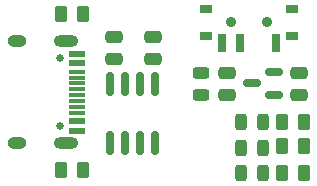
<source format=gbr>
%TF.GenerationSoftware,KiCad,Pcbnew,(6.0.2)*%
%TF.CreationDate,2022-03-30T20:09:58+08:00*%
%TF.ProjectId,CH340-USB-C,43483334-302d-4555-9342-2d432e6b6963,rev?*%
%TF.SameCoordinates,Original*%
%TF.FileFunction,Soldermask,Top*%
%TF.FilePolarity,Negative*%
%FSLAX46Y46*%
G04 Gerber Fmt 4.6, Leading zero omitted, Abs format (unit mm)*
G04 Created by KiCad (PCBNEW (6.0.2)) date 2022-03-30 20:09:58*
%MOMM*%
%LPD*%
G01*
G04 APERTURE LIST*
G04 Aperture macros list*
%AMRoundRect*
0 Rectangle with rounded corners*
0 $1 Rounding radius*
0 $2 $3 $4 $5 $6 $7 $8 $9 X,Y pos of 4 corners*
0 Add a 4 corners polygon primitive as box body*
4,1,4,$2,$3,$4,$5,$6,$7,$8,$9,$2,$3,0*
0 Add four circle primitives for the rounded corners*
1,1,$1+$1,$2,$3*
1,1,$1+$1,$4,$5*
1,1,$1+$1,$6,$7*
1,1,$1+$1,$8,$9*
0 Add four rect primitives between the rounded corners*
20,1,$1+$1,$2,$3,$4,$5,0*
20,1,$1+$1,$4,$5,$6,$7,0*
20,1,$1+$1,$6,$7,$8,$9,0*
20,1,$1+$1,$8,$9,$2,$3,0*%
G04 Aperture macros list end*
%ADD10RoundRect,0.250000X-0.262500X-0.450000X0.262500X-0.450000X0.262500X0.450000X-0.262500X0.450000X0*%
%ADD11RoundRect,0.243750X-0.243750X-0.456250X0.243750X-0.456250X0.243750X0.456250X-0.243750X0.456250X0*%
%ADD12RoundRect,0.243750X0.456250X-0.243750X0.456250X0.243750X-0.456250X0.243750X-0.456250X-0.243750X0*%
%ADD13RoundRect,0.250000X0.475000X-0.250000X0.475000X0.250000X-0.475000X0.250000X-0.475000X-0.250000X0*%
%ADD14RoundRect,0.250000X0.262500X0.450000X-0.262500X0.450000X-0.262500X-0.450000X0.262500X-0.450000X0*%
%ADD15R,1.000000X0.800000*%
%ADD16C,0.900000*%
%ADD17R,0.700000X1.500000*%
%ADD18RoundRect,0.150000X0.587500X0.150000X-0.587500X0.150000X-0.587500X-0.150000X0.587500X-0.150000X0*%
%ADD19C,0.650000*%
%ADD20R,1.450000X0.600000*%
%ADD21R,1.450000X0.300000*%
%ADD22O,2.100000X1.000000*%
%ADD23O,1.600000X1.000000*%
%ADD24RoundRect,0.250000X-0.475000X0.250000X-0.475000X-0.250000X0.475000X-0.250000X0.475000X0.250000X0*%
%ADD25RoundRect,0.150000X0.150000X-0.825000X0.150000X0.825000X-0.150000X0.825000X-0.150000X-0.825000X0*%
G04 APERTURE END LIST*
D10*
%TO.C,R3*%
X120650000Y-132080000D03*
X122475000Y-132080000D03*
%TD*%
D11*
%TO.C,D3*%
X117141000Y-132080000D03*
X119016000Y-132080000D03*
%TD*%
D12*
%TO.C,F1*%
X113792000Y-129774000D03*
X113792000Y-127899000D03*
%TD*%
D13*
%TO.C,C3*%
X109728000Y-126746000D03*
X109728000Y-124846000D03*
%TD*%
D10*
%TO.C,R1*%
X120650000Y-136398000D03*
X122475000Y-136398000D03*
%TD*%
D14*
%TO.C,R5*%
X103782500Y-122936000D03*
X101957500Y-122936000D03*
%TD*%
D10*
%TO.C,R2*%
X120650000Y-134112000D03*
X122475000Y-134112000D03*
%TD*%
D15*
%TO.C,SW1*%
X114206000Y-124732000D03*
X121506000Y-122522000D03*
X114206000Y-122522000D03*
D16*
X119356000Y-123622000D03*
D15*
X121506000Y-124732000D03*
D16*
X116356000Y-123622000D03*
D17*
X120106000Y-125382000D03*
X117106000Y-125382000D03*
X115606000Y-125382000D03*
%TD*%
D18*
%TO.C,U1*%
X119985000Y-129728000D03*
X119985000Y-127828000D03*
X118110000Y-128778000D03*
%TD*%
D11*
%TO.C,D2*%
X117141000Y-134239000D03*
X119016000Y-134239000D03*
%TD*%
%TO.C,D1*%
X117141000Y-136398000D03*
X119016000Y-136398000D03*
%TD*%
D19*
%TO.C,J1*%
X101862000Y-132430000D03*
X101862000Y-126650000D03*
D20*
X103307000Y-126290000D03*
X103307000Y-127090000D03*
D21*
X103307000Y-128290000D03*
X103307000Y-129290000D03*
X103307000Y-129790000D03*
X103307000Y-130790000D03*
D20*
X103307000Y-131990000D03*
X103307000Y-132790000D03*
X103307000Y-132790000D03*
X103307000Y-131990000D03*
D21*
X103307000Y-131290000D03*
X103307000Y-130290000D03*
X103307000Y-128790000D03*
X103307000Y-127790000D03*
D20*
X103307000Y-127090000D03*
X103307000Y-126290000D03*
D22*
X102392000Y-133860000D03*
X102392000Y-125220000D03*
D23*
X98212000Y-133860000D03*
X98212000Y-125220000D03*
%TD*%
D14*
%TO.C,R4*%
X103782500Y-136144000D03*
X101957500Y-136144000D03*
%TD*%
D24*
%TO.C,C1*%
X115999500Y-127906500D03*
X115999500Y-129806500D03*
%TD*%
D13*
%TO.C,C4*%
X106426000Y-126746000D03*
X106426000Y-124846000D03*
%TD*%
D25*
%TO.C,U2*%
X106045000Y-133793000D03*
X107315000Y-133793000D03*
X108585000Y-133793000D03*
X109855000Y-133793000D03*
X109855000Y-128843000D03*
X108585000Y-128843000D03*
X107315000Y-128843000D03*
X106045000Y-128843000D03*
%TD*%
D24*
%TO.C,C2*%
X122095500Y-127906500D03*
X122095500Y-129806500D03*
%TD*%
M02*

</source>
